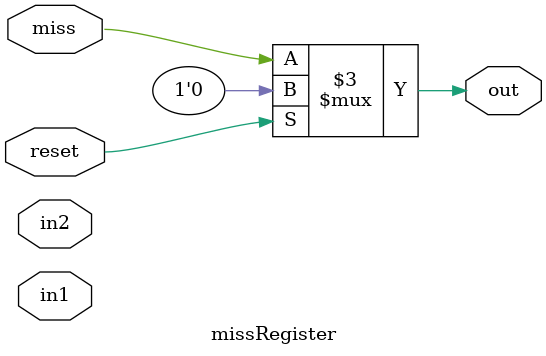
<source format=v>
module missRegister(input reset,input [23:0] in1, input [2:0] in2, input miss, output reg out);
	always@(in1,in2,reset)
		begin
		  if(reset)
		    out=1'b0;
		  else
		    out=miss;
		end
endmodule
</source>
